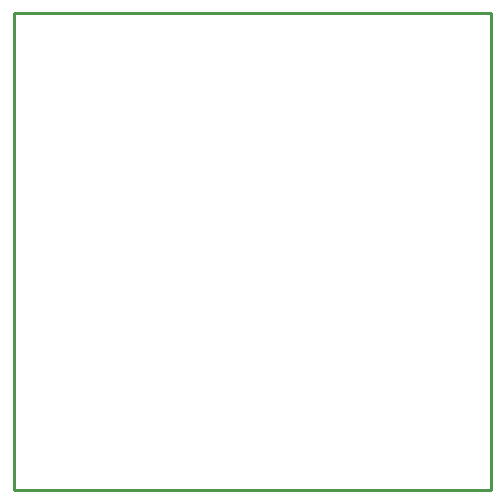
<source format=gbr>
G04 start of page 9 for group -4078 idx -4078 *
G04 Title: (unknown), bottomsilk *
G04 Creator: pcb 4.0.2 *
G04 CreationDate: Mon Aug 16 01:27:01 2021 UTC *
G04 For: ndholmes *
G04 Format: Gerber/RS-274X *
G04 PCB-Dimensions (mil): 1600.00 1600.00 *
G04 PCB-Coordinate-Origin: lower left *
%MOIN*%
%FSLAX25Y25*%
%LNBOTTOMSILK*%
%ADD33C,0.0100*%
G54D33*X500Y500D02*X159500D01*
Y159500D01*
X500D01*
Y500D01*
M02*

</source>
